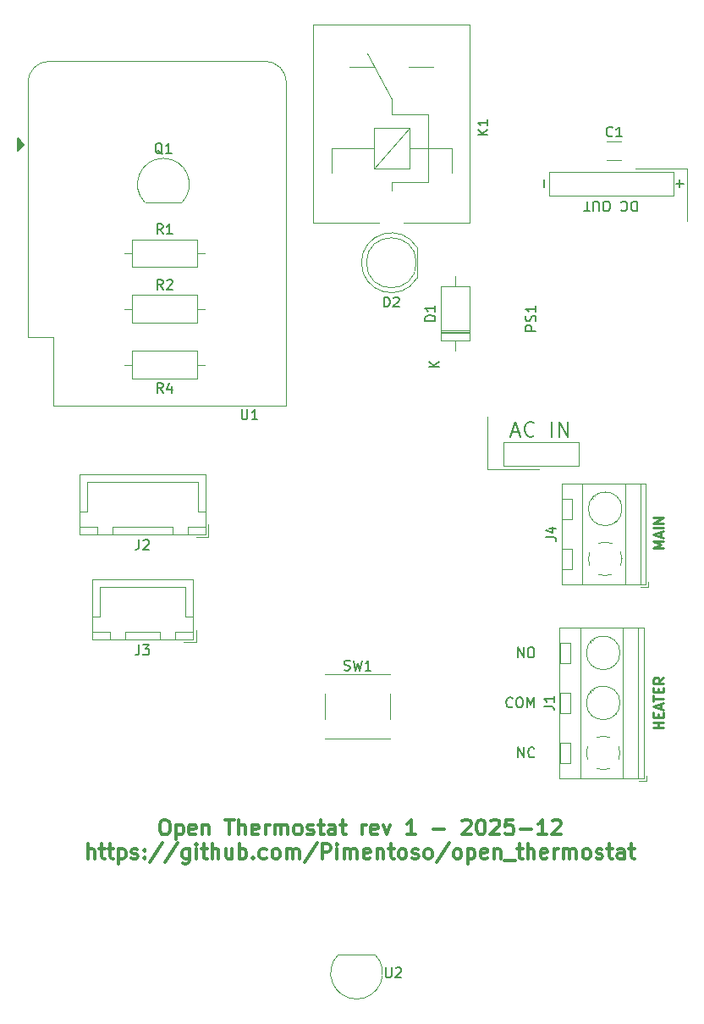
<source format=gbr>
%TF.GenerationSoftware,KiCad,Pcbnew,7.0.10*%
%TF.CreationDate,2025-11-30T18:16:03+01:00*%
%TF.ProjectId,open_thermostat,6f70656e-5f74-4686-9572-6d6f73746174,rev?*%
%TF.SameCoordinates,Original*%
%TF.FileFunction,Legend,Top*%
%TF.FilePolarity,Positive*%
%FSLAX46Y46*%
G04 Gerber Fmt 4.6, Leading zero omitted, Abs format (unit mm)*
G04 Created by KiCad (PCBNEW 7.0.10) date 2025-11-30 18:16:03*
%MOMM*%
%LPD*%
G01*
G04 APERTURE LIST*
%ADD10C,0.300000*%
%ADD11C,0.250000*%
%ADD12C,0.150000*%
%ADD13C,0.200000*%
%ADD14C,0.120000*%
G04 APERTURE END LIST*
D10*
X80585716Y-131470828D02*
X80871430Y-131470828D01*
X80871430Y-131470828D02*
X81014287Y-131542257D01*
X81014287Y-131542257D02*
X81157144Y-131685114D01*
X81157144Y-131685114D02*
X81228573Y-131970828D01*
X81228573Y-131970828D02*
X81228573Y-132470828D01*
X81228573Y-132470828D02*
X81157144Y-132756542D01*
X81157144Y-132756542D02*
X81014287Y-132899400D01*
X81014287Y-132899400D02*
X80871430Y-132970828D01*
X80871430Y-132970828D02*
X80585716Y-132970828D01*
X80585716Y-132970828D02*
X80442859Y-132899400D01*
X80442859Y-132899400D02*
X80300001Y-132756542D01*
X80300001Y-132756542D02*
X80228573Y-132470828D01*
X80228573Y-132470828D02*
X80228573Y-131970828D01*
X80228573Y-131970828D02*
X80300001Y-131685114D01*
X80300001Y-131685114D02*
X80442859Y-131542257D01*
X80442859Y-131542257D02*
X80585716Y-131470828D01*
X81871430Y-131970828D02*
X81871430Y-133470828D01*
X81871430Y-132042257D02*
X82014288Y-131970828D01*
X82014288Y-131970828D02*
X82300002Y-131970828D01*
X82300002Y-131970828D02*
X82442859Y-132042257D01*
X82442859Y-132042257D02*
X82514288Y-132113685D01*
X82514288Y-132113685D02*
X82585716Y-132256542D01*
X82585716Y-132256542D02*
X82585716Y-132685114D01*
X82585716Y-132685114D02*
X82514288Y-132827971D01*
X82514288Y-132827971D02*
X82442859Y-132899400D01*
X82442859Y-132899400D02*
X82300002Y-132970828D01*
X82300002Y-132970828D02*
X82014288Y-132970828D01*
X82014288Y-132970828D02*
X81871430Y-132899400D01*
X83800002Y-132899400D02*
X83657145Y-132970828D01*
X83657145Y-132970828D02*
X83371431Y-132970828D01*
X83371431Y-132970828D02*
X83228573Y-132899400D01*
X83228573Y-132899400D02*
X83157145Y-132756542D01*
X83157145Y-132756542D02*
X83157145Y-132185114D01*
X83157145Y-132185114D02*
X83228573Y-132042257D01*
X83228573Y-132042257D02*
X83371431Y-131970828D01*
X83371431Y-131970828D02*
X83657145Y-131970828D01*
X83657145Y-131970828D02*
X83800002Y-132042257D01*
X83800002Y-132042257D02*
X83871431Y-132185114D01*
X83871431Y-132185114D02*
X83871431Y-132327971D01*
X83871431Y-132327971D02*
X83157145Y-132470828D01*
X84514287Y-131970828D02*
X84514287Y-132970828D01*
X84514287Y-132113685D02*
X84585716Y-132042257D01*
X84585716Y-132042257D02*
X84728573Y-131970828D01*
X84728573Y-131970828D02*
X84942859Y-131970828D01*
X84942859Y-131970828D02*
X85085716Y-132042257D01*
X85085716Y-132042257D02*
X85157145Y-132185114D01*
X85157145Y-132185114D02*
X85157145Y-132970828D01*
X86800002Y-131470828D02*
X87657145Y-131470828D01*
X87228573Y-132970828D02*
X87228573Y-131470828D01*
X88157144Y-132970828D02*
X88157144Y-131470828D01*
X88800002Y-132970828D02*
X88800002Y-132185114D01*
X88800002Y-132185114D02*
X88728573Y-132042257D01*
X88728573Y-132042257D02*
X88585716Y-131970828D01*
X88585716Y-131970828D02*
X88371430Y-131970828D01*
X88371430Y-131970828D02*
X88228573Y-132042257D01*
X88228573Y-132042257D02*
X88157144Y-132113685D01*
X90085716Y-132899400D02*
X89942859Y-132970828D01*
X89942859Y-132970828D02*
X89657145Y-132970828D01*
X89657145Y-132970828D02*
X89514287Y-132899400D01*
X89514287Y-132899400D02*
X89442859Y-132756542D01*
X89442859Y-132756542D02*
X89442859Y-132185114D01*
X89442859Y-132185114D02*
X89514287Y-132042257D01*
X89514287Y-132042257D02*
X89657145Y-131970828D01*
X89657145Y-131970828D02*
X89942859Y-131970828D01*
X89942859Y-131970828D02*
X90085716Y-132042257D01*
X90085716Y-132042257D02*
X90157145Y-132185114D01*
X90157145Y-132185114D02*
X90157145Y-132327971D01*
X90157145Y-132327971D02*
X89442859Y-132470828D01*
X90800001Y-132970828D02*
X90800001Y-131970828D01*
X90800001Y-132256542D02*
X90871430Y-132113685D01*
X90871430Y-132113685D02*
X90942859Y-132042257D01*
X90942859Y-132042257D02*
X91085716Y-131970828D01*
X91085716Y-131970828D02*
X91228573Y-131970828D01*
X91728572Y-132970828D02*
X91728572Y-131970828D01*
X91728572Y-132113685D02*
X91800001Y-132042257D01*
X91800001Y-132042257D02*
X91942858Y-131970828D01*
X91942858Y-131970828D02*
X92157144Y-131970828D01*
X92157144Y-131970828D02*
X92300001Y-132042257D01*
X92300001Y-132042257D02*
X92371430Y-132185114D01*
X92371430Y-132185114D02*
X92371430Y-132970828D01*
X92371430Y-132185114D02*
X92442858Y-132042257D01*
X92442858Y-132042257D02*
X92585715Y-131970828D01*
X92585715Y-131970828D02*
X92800001Y-131970828D01*
X92800001Y-131970828D02*
X92942858Y-132042257D01*
X92942858Y-132042257D02*
X93014287Y-132185114D01*
X93014287Y-132185114D02*
X93014287Y-132970828D01*
X93942858Y-132970828D02*
X93800001Y-132899400D01*
X93800001Y-132899400D02*
X93728572Y-132827971D01*
X93728572Y-132827971D02*
X93657144Y-132685114D01*
X93657144Y-132685114D02*
X93657144Y-132256542D01*
X93657144Y-132256542D02*
X93728572Y-132113685D01*
X93728572Y-132113685D02*
X93800001Y-132042257D01*
X93800001Y-132042257D02*
X93942858Y-131970828D01*
X93942858Y-131970828D02*
X94157144Y-131970828D01*
X94157144Y-131970828D02*
X94300001Y-132042257D01*
X94300001Y-132042257D02*
X94371430Y-132113685D01*
X94371430Y-132113685D02*
X94442858Y-132256542D01*
X94442858Y-132256542D02*
X94442858Y-132685114D01*
X94442858Y-132685114D02*
X94371430Y-132827971D01*
X94371430Y-132827971D02*
X94300001Y-132899400D01*
X94300001Y-132899400D02*
X94157144Y-132970828D01*
X94157144Y-132970828D02*
X93942858Y-132970828D01*
X95014287Y-132899400D02*
X95157144Y-132970828D01*
X95157144Y-132970828D02*
X95442858Y-132970828D01*
X95442858Y-132970828D02*
X95585715Y-132899400D01*
X95585715Y-132899400D02*
X95657144Y-132756542D01*
X95657144Y-132756542D02*
X95657144Y-132685114D01*
X95657144Y-132685114D02*
X95585715Y-132542257D01*
X95585715Y-132542257D02*
X95442858Y-132470828D01*
X95442858Y-132470828D02*
X95228573Y-132470828D01*
X95228573Y-132470828D02*
X95085715Y-132399400D01*
X95085715Y-132399400D02*
X95014287Y-132256542D01*
X95014287Y-132256542D02*
X95014287Y-132185114D01*
X95014287Y-132185114D02*
X95085715Y-132042257D01*
X95085715Y-132042257D02*
X95228573Y-131970828D01*
X95228573Y-131970828D02*
X95442858Y-131970828D01*
X95442858Y-131970828D02*
X95585715Y-132042257D01*
X96085716Y-131970828D02*
X96657144Y-131970828D01*
X96300001Y-131470828D02*
X96300001Y-132756542D01*
X96300001Y-132756542D02*
X96371430Y-132899400D01*
X96371430Y-132899400D02*
X96514287Y-132970828D01*
X96514287Y-132970828D02*
X96657144Y-132970828D01*
X97800002Y-132970828D02*
X97800002Y-132185114D01*
X97800002Y-132185114D02*
X97728573Y-132042257D01*
X97728573Y-132042257D02*
X97585716Y-131970828D01*
X97585716Y-131970828D02*
X97300002Y-131970828D01*
X97300002Y-131970828D02*
X97157144Y-132042257D01*
X97800002Y-132899400D02*
X97657144Y-132970828D01*
X97657144Y-132970828D02*
X97300002Y-132970828D01*
X97300002Y-132970828D02*
X97157144Y-132899400D01*
X97157144Y-132899400D02*
X97085716Y-132756542D01*
X97085716Y-132756542D02*
X97085716Y-132613685D01*
X97085716Y-132613685D02*
X97157144Y-132470828D01*
X97157144Y-132470828D02*
X97300002Y-132399400D01*
X97300002Y-132399400D02*
X97657144Y-132399400D01*
X97657144Y-132399400D02*
X97800002Y-132327971D01*
X98300002Y-131970828D02*
X98871430Y-131970828D01*
X98514287Y-131470828D02*
X98514287Y-132756542D01*
X98514287Y-132756542D02*
X98585716Y-132899400D01*
X98585716Y-132899400D02*
X98728573Y-132970828D01*
X98728573Y-132970828D02*
X98871430Y-132970828D01*
X100514287Y-132970828D02*
X100514287Y-131970828D01*
X100514287Y-132256542D02*
X100585716Y-132113685D01*
X100585716Y-132113685D02*
X100657145Y-132042257D01*
X100657145Y-132042257D02*
X100800002Y-131970828D01*
X100800002Y-131970828D02*
X100942859Y-131970828D01*
X102014287Y-132899400D02*
X101871430Y-132970828D01*
X101871430Y-132970828D02*
X101585716Y-132970828D01*
X101585716Y-132970828D02*
X101442858Y-132899400D01*
X101442858Y-132899400D02*
X101371430Y-132756542D01*
X101371430Y-132756542D02*
X101371430Y-132185114D01*
X101371430Y-132185114D02*
X101442858Y-132042257D01*
X101442858Y-132042257D02*
X101585716Y-131970828D01*
X101585716Y-131970828D02*
X101871430Y-131970828D01*
X101871430Y-131970828D02*
X102014287Y-132042257D01*
X102014287Y-132042257D02*
X102085716Y-132185114D01*
X102085716Y-132185114D02*
X102085716Y-132327971D01*
X102085716Y-132327971D02*
X101371430Y-132470828D01*
X102585715Y-131970828D02*
X102942858Y-132970828D01*
X102942858Y-132970828D02*
X103300001Y-131970828D01*
X105800001Y-132970828D02*
X104942858Y-132970828D01*
X105371429Y-132970828D02*
X105371429Y-131470828D01*
X105371429Y-131470828D02*
X105228572Y-131685114D01*
X105228572Y-131685114D02*
X105085715Y-131827971D01*
X105085715Y-131827971D02*
X104942858Y-131899400D01*
X107585714Y-132399400D02*
X108728572Y-132399400D01*
X110514286Y-131613685D02*
X110585714Y-131542257D01*
X110585714Y-131542257D02*
X110728572Y-131470828D01*
X110728572Y-131470828D02*
X111085714Y-131470828D01*
X111085714Y-131470828D02*
X111228572Y-131542257D01*
X111228572Y-131542257D02*
X111300000Y-131613685D01*
X111300000Y-131613685D02*
X111371429Y-131756542D01*
X111371429Y-131756542D02*
X111371429Y-131899400D01*
X111371429Y-131899400D02*
X111300000Y-132113685D01*
X111300000Y-132113685D02*
X110442857Y-132970828D01*
X110442857Y-132970828D02*
X111371429Y-132970828D01*
X112300000Y-131470828D02*
X112442857Y-131470828D01*
X112442857Y-131470828D02*
X112585714Y-131542257D01*
X112585714Y-131542257D02*
X112657143Y-131613685D01*
X112657143Y-131613685D02*
X112728571Y-131756542D01*
X112728571Y-131756542D02*
X112800000Y-132042257D01*
X112800000Y-132042257D02*
X112800000Y-132399400D01*
X112800000Y-132399400D02*
X112728571Y-132685114D01*
X112728571Y-132685114D02*
X112657143Y-132827971D01*
X112657143Y-132827971D02*
X112585714Y-132899400D01*
X112585714Y-132899400D02*
X112442857Y-132970828D01*
X112442857Y-132970828D02*
X112300000Y-132970828D01*
X112300000Y-132970828D02*
X112157143Y-132899400D01*
X112157143Y-132899400D02*
X112085714Y-132827971D01*
X112085714Y-132827971D02*
X112014285Y-132685114D01*
X112014285Y-132685114D02*
X111942857Y-132399400D01*
X111942857Y-132399400D02*
X111942857Y-132042257D01*
X111942857Y-132042257D02*
X112014285Y-131756542D01*
X112014285Y-131756542D02*
X112085714Y-131613685D01*
X112085714Y-131613685D02*
X112157143Y-131542257D01*
X112157143Y-131542257D02*
X112300000Y-131470828D01*
X113371428Y-131613685D02*
X113442856Y-131542257D01*
X113442856Y-131542257D02*
X113585714Y-131470828D01*
X113585714Y-131470828D02*
X113942856Y-131470828D01*
X113942856Y-131470828D02*
X114085714Y-131542257D01*
X114085714Y-131542257D02*
X114157142Y-131613685D01*
X114157142Y-131613685D02*
X114228571Y-131756542D01*
X114228571Y-131756542D02*
X114228571Y-131899400D01*
X114228571Y-131899400D02*
X114157142Y-132113685D01*
X114157142Y-132113685D02*
X113299999Y-132970828D01*
X113299999Y-132970828D02*
X114228571Y-132970828D01*
X115585713Y-131470828D02*
X114871427Y-131470828D01*
X114871427Y-131470828D02*
X114799999Y-132185114D01*
X114799999Y-132185114D02*
X114871427Y-132113685D01*
X114871427Y-132113685D02*
X115014285Y-132042257D01*
X115014285Y-132042257D02*
X115371427Y-132042257D01*
X115371427Y-132042257D02*
X115514285Y-132113685D01*
X115514285Y-132113685D02*
X115585713Y-132185114D01*
X115585713Y-132185114D02*
X115657142Y-132327971D01*
X115657142Y-132327971D02*
X115657142Y-132685114D01*
X115657142Y-132685114D02*
X115585713Y-132827971D01*
X115585713Y-132827971D02*
X115514285Y-132899400D01*
X115514285Y-132899400D02*
X115371427Y-132970828D01*
X115371427Y-132970828D02*
X115014285Y-132970828D01*
X115014285Y-132970828D02*
X114871427Y-132899400D01*
X114871427Y-132899400D02*
X114799999Y-132827971D01*
X116299998Y-132399400D02*
X117442856Y-132399400D01*
X118942856Y-132970828D02*
X118085713Y-132970828D01*
X118514284Y-132970828D02*
X118514284Y-131470828D01*
X118514284Y-131470828D02*
X118371427Y-131685114D01*
X118371427Y-131685114D02*
X118228570Y-131827971D01*
X118228570Y-131827971D02*
X118085713Y-131899400D01*
X119514284Y-131613685D02*
X119585712Y-131542257D01*
X119585712Y-131542257D02*
X119728570Y-131470828D01*
X119728570Y-131470828D02*
X120085712Y-131470828D01*
X120085712Y-131470828D02*
X120228570Y-131542257D01*
X120228570Y-131542257D02*
X120299998Y-131613685D01*
X120299998Y-131613685D02*
X120371427Y-131756542D01*
X120371427Y-131756542D02*
X120371427Y-131899400D01*
X120371427Y-131899400D02*
X120299998Y-132113685D01*
X120299998Y-132113685D02*
X119442855Y-132970828D01*
X119442855Y-132970828D02*
X120371427Y-132970828D01*
X73049997Y-135385828D02*
X73049997Y-133885828D01*
X73692855Y-135385828D02*
X73692855Y-134600114D01*
X73692855Y-134600114D02*
X73621426Y-134457257D01*
X73621426Y-134457257D02*
X73478569Y-134385828D01*
X73478569Y-134385828D02*
X73264283Y-134385828D01*
X73264283Y-134385828D02*
X73121426Y-134457257D01*
X73121426Y-134457257D02*
X73049997Y-134528685D01*
X74192855Y-134385828D02*
X74764283Y-134385828D01*
X74407140Y-133885828D02*
X74407140Y-135171542D01*
X74407140Y-135171542D02*
X74478569Y-135314400D01*
X74478569Y-135314400D02*
X74621426Y-135385828D01*
X74621426Y-135385828D02*
X74764283Y-135385828D01*
X75049998Y-134385828D02*
X75621426Y-134385828D01*
X75264283Y-133885828D02*
X75264283Y-135171542D01*
X75264283Y-135171542D02*
X75335712Y-135314400D01*
X75335712Y-135314400D02*
X75478569Y-135385828D01*
X75478569Y-135385828D02*
X75621426Y-135385828D01*
X76121426Y-134385828D02*
X76121426Y-135885828D01*
X76121426Y-134457257D02*
X76264284Y-134385828D01*
X76264284Y-134385828D02*
X76549998Y-134385828D01*
X76549998Y-134385828D02*
X76692855Y-134457257D01*
X76692855Y-134457257D02*
X76764284Y-134528685D01*
X76764284Y-134528685D02*
X76835712Y-134671542D01*
X76835712Y-134671542D02*
X76835712Y-135100114D01*
X76835712Y-135100114D02*
X76764284Y-135242971D01*
X76764284Y-135242971D02*
X76692855Y-135314400D01*
X76692855Y-135314400D02*
X76549998Y-135385828D01*
X76549998Y-135385828D02*
X76264284Y-135385828D01*
X76264284Y-135385828D02*
X76121426Y-135314400D01*
X77407141Y-135314400D02*
X77549998Y-135385828D01*
X77549998Y-135385828D02*
X77835712Y-135385828D01*
X77835712Y-135385828D02*
X77978569Y-135314400D01*
X77978569Y-135314400D02*
X78049998Y-135171542D01*
X78049998Y-135171542D02*
X78049998Y-135100114D01*
X78049998Y-135100114D02*
X77978569Y-134957257D01*
X77978569Y-134957257D02*
X77835712Y-134885828D01*
X77835712Y-134885828D02*
X77621427Y-134885828D01*
X77621427Y-134885828D02*
X77478569Y-134814400D01*
X77478569Y-134814400D02*
X77407141Y-134671542D01*
X77407141Y-134671542D02*
X77407141Y-134600114D01*
X77407141Y-134600114D02*
X77478569Y-134457257D01*
X77478569Y-134457257D02*
X77621427Y-134385828D01*
X77621427Y-134385828D02*
X77835712Y-134385828D01*
X77835712Y-134385828D02*
X77978569Y-134457257D01*
X78692855Y-135242971D02*
X78764284Y-135314400D01*
X78764284Y-135314400D02*
X78692855Y-135385828D01*
X78692855Y-135385828D02*
X78621427Y-135314400D01*
X78621427Y-135314400D02*
X78692855Y-135242971D01*
X78692855Y-135242971D02*
X78692855Y-135385828D01*
X78692855Y-134457257D02*
X78764284Y-134528685D01*
X78764284Y-134528685D02*
X78692855Y-134600114D01*
X78692855Y-134600114D02*
X78621427Y-134528685D01*
X78621427Y-134528685D02*
X78692855Y-134457257D01*
X78692855Y-134457257D02*
X78692855Y-134600114D01*
X80478570Y-133814400D02*
X79192856Y-135742971D01*
X82049999Y-133814400D02*
X80764285Y-135742971D01*
X83192857Y-134385828D02*
X83192857Y-135600114D01*
X83192857Y-135600114D02*
X83121428Y-135742971D01*
X83121428Y-135742971D02*
X83049999Y-135814400D01*
X83049999Y-135814400D02*
X82907142Y-135885828D01*
X82907142Y-135885828D02*
X82692857Y-135885828D01*
X82692857Y-135885828D02*
X82549999Y-135814400D01*
X83192857Y-135314400D02*
X83049999Y-135385828D01*
X83049999Y-135385828D02*
X82764285Y-135385828D01*
X82764285Y-135385828D02*
X82621428Y-135314400D01*
X82621428Y-135314400D02*
X82549999Y-135242971D01*
X82549999Y-135242971D02*
X82478571Y-135100114D01*
X82478571Y-135100114D02*
X82478571Y-134671542D01*
X82478571Y-134671542D02*
X82549999Y-134528685D01*
X82549999Y-134528685D02*
X82621428Y-134457257D01*
X82621428Y-134457257D02*
X82764285Y-134385828D01*
X82764285Y-134385828D02*
X83049999Y-134385828D01*
X83049999Y-134385828D02*
X83192857Y-134457257D01*
X83907142Y-135385828D02*
X83907142Y-134385828D01*
X83907142Y-133885828D02*
X83835714Y-133957257D01*
X83835714Y-133957257D02*
X83907142Y-134028685D01*
X83907142Y-134028685D02*
X83978571Y-133957257D01*
X83978571Y-133957257D02*
X83907142Y-133885828D01*
X83907142Y-133885828D02*
X83907142Y-134028685D01*
X84407143Y-134385828D02*
X84978571Y-134385828D01*
X84621428Y-133885828D02*
X84621428Y-135171542D01*
X84621428Y-135171542D02*
X84692857Y-135314400D01*
X84692857Y-135314400D02*
X84835714Y-135385828D01*
X84835714Y-135385828D02*
X84978571Y-135385828D01*
X85478571Y-135385828D02*
X85478571Y-133885828D01*
X86121429Y-135385828D02*
X86121429Y-134600114D01*
X86121429Y-134600114D02*
X86050000Y-134457257D01*
X86050000Y-134457257D02*
X85907143Y-134385828D01*
X85907143Y-134385828D02*
X85692857Y-134385828D01*
X85692857Y-134385828D02*
X85550000Y-134457257D01*
X85550000Y-134457257D02*
X85478571Y-134528685D01*
X87478572Y-134385828D02*
X87478572Y-135385828D01*
X86835714Y-134385828D02*
X86835714Y-135171542D01*
X86835714Y-135171542D02*
X86907143Y-135314400D01*
X86907143Y-135314400D02*
X87050000Y-135385828D01*
X87050000Y-135385828D02*
X87264286Y-135385828D01*
X87264286Y-135385828D02*
X87407143Y-135314400D01*
X87407143Y-135314400D02*
X87478572Y-135242971D01*
X88192857Y-135385828D02*
X88192857Y-133885828D01*
X88192857Y-134457257D02*
X88335715Y-134385828D01*
X88335715Y-134385828D02*
X88621429Y-134385828D01*
X88621429Y-134385828D02*
X88764286Y-134457257D01*
X88764286Y-134457257D02*
X88835715Y-134528685D01*
X88835715Y-134528685D02*
X88907143Y-134671542D01*
X88907143Y-134671542D02*
X88907143Y-135100114D01*
X88907143Y-135100114D02*
X88835715Y-135242971D01*
X88835715Y-135242971D02*
X88764286Y-135314400D01*
X88764286Y-135314400D02*
X88621429Y-135385828D01*
X88621429Y-135385828D02*
X88335715Y-135385828D01*
X88335715Y-135385828D02*
X88192857Y-135314400D01*
X89550000Y-135242971D02*
X89621429Y-135314400D01*
X89621429Y-135314400D02*
X89550000Y-135385828D01*
X89550000Y-135385828D02*
X89478572Y-135314400D01*
X89478572Y-135314400D02*
X89550000Y-135242971D01*
X89550000Y-135242971D02*
X89550000Y-135385828D01*
X90907144Y-135314400D02*
X90764286Y-135385828D01*
X90764286Y-135385828D02*
X90478572Y-135385828D01*
X90478572Y-135385828D02*
X90335715Y-135314400D01*
X90335715Y-135314400D02*
X90264286Y-135242971D01*
X90264286Y-135242971D02*
X90192858Y-135100114D01*
X90192858Y-135100114D02*
X90192858Y-134671542D01*
X90192858Y-134671542D02*
X90264286Y-134528685D01*
X90264286Y-134528685D02*
X90335715Y-134457257D01*
X90335715Y-134457257D02*
X90478572Y-134385828D01*
X90478572Y-134385828D02*
X90764286Y-134385828D01*
X90764286Y-134385828D02*
X90907144Y-134457257D01*
X91764286Y-135385828D02*
X91621429Y-135314400D01*
X91621429Y-135314400D02*
X91550000Y-135242971D01*
X91550000Y-135242971D02*
X91478572Y-135100114D01*
X91478572Y-135100114D02*
X91478572Y-134671542D01*
X91478572Y-134671542D02*
X91550000Y-134528685D01*
X91550000Y-134528685D02*
X91621429Y-134457257D01*
X91621429Y-134457257D02*
X91764286Y-134385828D01*
X91764286Y-134385828D02*
X91978572Y-134385828D01*
X91978572Y-134385828D02*
X92121429Y-134457257D01*
X92121429Y-134457257D02*
X92192858Y-134528685D01*
X92192858Y-134528685D02*
X92264286Y-134671542D01*
X92264286Y-134671542D02*
X92264286Y-135100114D01*
X92264286Y-135100114D02*
X92192858Y-135242971D01*
X92192858Y-135242971D02*
X92121429Y-135314400D01*
X92121429Y-135314400D02*
X91978572Y-135385828D01*
X91978572Y-135385828D02*
X91764286Y-135385828D01*
X92907143Y-135385828D02*
X92907143Y-134385828D01*
X92907143Y-134528685D02*
X92978572Y-134457257D01*
X92978572Y-134457257D02*
X93121429Y-134385828D01*
X93121429Y-134385828D02*
X93335715Y-134385828D01*
X93335715Y-134385828D02*
X93478572Y-134457257D01*
X93478572Y-134457257D02*
X93550001Y-134600114D01*
X93550001Y-134600114D02*
X93550001Y-135385828D01*
X93550001Y-134600114D02*
X93621429Y-134457257D01*
X93621429Y-134457257D02*
X93764286Y-134385828D01*
X93764286Y-134385828D02*
X93978572Y-134385828D01*
X93978572Y-134385828D02*
X94121429Y-134457257D01*
X94121429Y-134457257D02*
X94192858Y-134600114D01*
X94192858Y-134600114D02*
X94192858Y-135385828D01*
X95978572Y-133814400D02*
X94692858Y-135742971D01*
X96478572Y-135385828D02*
X96478572Y-133885828D01*
X96478572Y-133885828D02*
X97050001Y-133885828D01*
X97050001Y-133885828D02*
X97192858Y-133957257D01*
X97192858Y-133957257D02*
X97264287Y-134028685D01*
X97264287Y-134028685D02*
X97335715Y-134171542D01*
X97335715Y-134171542D02*
X97335715Y-134385828D01*
X97335715Y-134385828D02*
X97264287Y-134528685D01*
X97264287Y-134528685D02*
X97192858Y-134600114D01*
X97192858Y-134600114D02*
X97050001Y-134671542D01*
X97050001Y-134671542D02*
X96478572Y-134671542D01*
X97978572Y-135385828D02*
X97978572Y-134385828D01*
X97978572Y-133885828D02*
X97907144Y-133957257D01*
X97907144Y-133957257D02*
X97978572Y-134028685D01*
X97978572Y-134028685D02*
X98050001Y-133957257D01*
X98050001Y-133957257D02*
X97978572Y-133885828D01*
X97978572Y-133885828D02*
X97978572Y-134028685D01*
X98692858Y-135385828D02*
X98692858Y-134385828D01*
X98692858Y-134528685D02*
X98764287Y-134457257D01*
X98764287Y-134457257D02*
X98907144Y-134385828D01*
X98907144Y-134385828D02*
X99121430Y-134385828D01*
X99121430Y-134385828D02*
X99264287Y-134457257D01*
X99264287Y-134457257D02*
X99335716Y-134600114D01*
X99335716Y-134600114D02*
X99335716Y-135385828D01*
X99335716Y-134600114D02*
X99407144Y-134457257D01*
X99407144Y-134457257D02*
X99550001Y-134385828D01*
X99550001Y-134385828D02*
X99764287Y-134385828D01*
X99764287Y-134385828D02*
X99907144Y-134457257D01*
X99907144Y-134457257D02*
X99978573Y-134600114D01*
X99978573Y-134600114D02*
X99978573Y-135385828D01*
X101264287Y-135314400D02*
X101121430Y-135385828D01*
X101121430Y-135385828D02*
X100835716Y-135385828D01*
X100835716Y-135385828D02*
X100692858Y-135314400D01*
X100692858Y-135314400D02*
X100621430Y-135171542D01*
X100621430Y-135171542D02*
X100621430Y-134600114D01*
X100621430Y-134600114D02*
X100692858Y-134457257D01*
X100692858Y-134457257D02*
X100835716Y-134385828D01*
X100835716Y-134385828D02*
X101121430Y-134385828D01*
X101121430Y-134385828D02*
X101264287Y-134457257D01*
X101264287Y-134457257D02*
X101335716Y-134600114D01*
X101335716Y-134600114D02*
X101335716Y-134742971D01*
X101335716Y-134742971D02*
X100621430Y-134885828D01*
X101978572Y-134385828D02*
X101978572Y-135385828D01*
X101978572Y-134528685D02*
X102050001Y-134457257D01*
X102050001Y-134457257D02*
X102192858Y-134385828D01*
X102192858Y-134385828D02*
X102407144Y-134385828D01*
X102407144Y-134385828D02*
X102550001Y-134457257D01*
X102550001Y-134457257D02*
X102621430Y-134600114D01*
X102621430Y-134600114D02*
X102621430Y-135385828D01*
X103121430Y-134385828D02*
X103692858Y-134385828D01*
X103335715Y-133885828D02*
X103335715Y-135171542D01*
X103335715Y-135171542D02*
X103407144Y-135314400D01*
X103407144Y-135314400D02*
X103550001Y-135385828D01*
X103550001Y-135385828D02*
X103692858Y-135385828D01*
X104407144Y-135385828D02*
X104264287Y-135314400D01*
X104264287Y-135314400D02*
X104192858Y-135242971D01*
X104192858Y-135242971D02*
X104121430Y-135100114D01*
X104121430Y-135100114D02*
X104121430Y-134671542D01*
X104121430Y-134671542D02*
X104192858Y-134528685D01*
X104192858Y-134528685D02*
X104264287Y-134457257D01*
X104264287Y-134457257D02*
X104407144Y-134385828D01*
X104407144Y-134385828D02*
X104621430Y-134385828D01*
X104621430Y-134385828D02*
X104764287Y-134457257D01*
X104764287Y-134457257D02*
X104835716Y-134528685D01*
X104835716Y-134528685D02*
X104907144Y-134671542D01*
X104907144Y-134671542D02*
X104907144Y-135100114D01*
X104907144Y-135100114D02*
X104835716Y-135242971D01*
X104835716Y-135242971D02*
X104764287Y-135314400D01*
X104764287Y-135314400D02*
X104621430Y-135385828D01*
X104621430Y-135385828D02*
X104407144Y-135385828D01*
X105478573Y-135314400D02*
X105621430Y-135385828D01*
X105621430Y-135385828D02*
X105907144Y-135385828D01*
X105907144Y-135385828D02*
X106050001Y-135314400D01*
X106050001Y-135314400D02*
X106121430Y-135171542D01*
X106121430Y-135171542D02*
X106121430Y-135100114D01*
X106121430Y-135100114D02*
X106050001Y-134957257D01*
X106050001Y-134957257D02*
X105907144Y-134885828D01*
X105907144Y-134885828D02*
X105692859Y-134885828D01*
X105692859Y-134885828D02*
X105550001Y-134814400D01*
X105550001Y-134814400D02*
X105478573Y-134671542D01*
X105478573Y-134671542D02*
X105478573Y-134600114D01*
X105478573Y-134600114D02*
X105550001Y-134457257D01*
X105550001Y-134457257D02*
X105692859Y-134385828D01*
X105692859Y-134385828D02*
X105907144Y-134385828D01*
X105907144Y-134385828D02*
X106050001Y-134457257D01*
X106978573Y-135385828D02*
X106835716Y-135314400D01*
X106835716Y-135314400D02*
X106764287Y-135242971D01*
X106764287Y-135242971D02*
X106692859Y-135100114D01*
X106692859Y-135100114D02*
X106692859Y-134671542D01*
X106692859Y-134671542D02*
X106764287Y-134528685D01*
X106764287Y-134528685D02*
X106835716Y-134457257D01*
X106835716Y-134457257D02*
X106978573Y-134385828D01*
X106978573Y-134385828D02*
X107192859Y-134385828D01*
X107192859Y-134385828D02*
X107335716Y-134457257D01*
X107335716Y-134457257D02*
X107407145Y-134528685D01*
X107407145Y-134528685D02*
X107478573Y-134671542D01*
X107478573Y-134671542D02*
X107478573Y-135100114D01*
X107478573Y-135100114D02*
X107407145Y-135242971D01*
X107407145Y-135242971D02*
X107335716Y-135314400D01*
X107335716Y-135314400D02*
X107192859Y-135385828D01*
X107192859Y-135385828D02*
X106978573Y-135385828D01*
X109192859Y-133814400D02*
X107907145Y-135742971D01*
X109907145Y-135385828D02*
X109764288Y-135314400D01*
X109764288Y-135314400D02*
X109692859Y-135242971D01*
X109692859Y-135242971D02*
X109621431Y-135100114D01*
X109621431Y-135100114D02*
X109621431Y-134671542D01*
X109621431Y-134671542D02*
X109692859Y-134528685D01*
X109692859Y-134528685D02*
X109764288Y-134457257D01*
X109764288Y-134457257D02*
X109907145Y-134385828D01*
X109907145Y-134385828D02*
X110121431Y-134385828D01*
X110121431Y-134385828D02*
X110264288Y-134457257D01*
X110264288Y-134457257D02*
X110335717Y-134528685D01*
X110335717Y-134528685D02*
X110407145Y-134671542D01*
X110407145Y-134671542D02*
X110407145Y-135100114D01*
X110407145Y-135100114D02*
X110335717Y-135242971D01*
X110335717Y-135242971D02*
X110264288Y-135314400D01*
X110264288Y-135314400D02*
X110121431Y-135385828D01*
X110121431Y-135385828D02*
X109907145Y-135385828D01*
X111050002Y-134385828D02*
X111050002Y-135885828D01*
X111050002Y-134457257D02*
X111192860Y-134385828D01*
X111192860Y-134385828D02*
X111478574Y-134385828D01*
X111478574Y-134385828D02*
X111621431Y-134457257D01*
X111621431Y-134457257D02*
X111692860Y-134528685D01*
X111692860Y-134528685D02*
X111764288Y-134671542D01*
X111764288Y-134671542D02*
X111764288Y-135100114D01*
X111764288Y-135100114D02*
X111692860Y-135242971D01*
X111692860Y-135242971D02*
X111621431Y-135314400D01*
X111621431Y-135314400D02*
X111478574Y-135385828D01*
X111478574Y-135385828D02*
X111192860Y-135385828D01*
X111192860Y-135385828D02*
X111050002Y-135314400D01*
X112978574Y-135314400D02*
X112835717Y-135385828D01*
X112835717Y-135385828D02*
X112550003Y-135385828D01*
X112550003Y-135385828D02*
X112407145Y-135314400D01*
X112407145Y-135314400D02*
X112335717Y-135171542D01*
X112335717Y-135171542D02*
X112335717Y-134600114D01*
X112335717Y-134600114D02*
X112407145Y-134457257D01*
X112407145Y-134457257D02*
X112550003Y-134385828D01*
X112550003Y-134385828D02*
X112835717Y-134385828D01*
X112835717Y-134385828D02*
X112978574Y-134457257D01*
X112978574Y-134457257D02*
X113050003Y-134600114D01*
X113050003Y-134600114D02*
X113050003Y-134742971D01*
X113050003Y-134742971D02*
X112335717Y-134885828D01*
X113692859Y-134385828D02*
X113692859Y-135385828D01*
X113692859Y-134528685D02*
X113764288Y-134457257D01*
X113764288Y-134457257D02*
X113907145Y-134385828D01*
X113907145Y-134385828D02*
X114121431Y-134385828D01*
X114121431Y-134385828D02*
X114264288Y-134457257D01*
X114264288Y-134457257D02*
X114335717Y-134600114D01*
X114335717Y-134600114D02*
X114335717Y-135385828D01*
X114692860Y-135528685D02*
X115835717Y-135528685D01*
X115978574Y-134385828D02*
X116550002Y-134385828D01*
X116192859Y-133885828D02*
X116192859Y-135171542D01*
X116192859Y-135171542D02*
X116264288Y-135314400D01*
X116264288Y-135314400D02*
X116407145Y-135385828D01*
X116407145Y-135385828D02*
X116550002Y-135385828D01*
X117050002Y-135385828D02*
X117050002Y-133885828D01*
X117692860Y-135385828D02*
X117692860Y-134600114D01*
X117692860Y-134600114D02*
X117621431Y-134457257D01*
X117621431Y-134457257D02*
X117478574Y-134385828D01*
X117478574Y-134385828D02*
X117264288Y-134385828D01*
X117264288Y-134385828D02*
X117121431Y-134457257D01*
X117121431Y-134457257D02*
X117050002Y-134528685D01*
X118978574Y-135314400D02*
X118835717Y-135385828D01*
X118835717Y-135385828D02*
X118550003Y-135385828D01*
X118550003Y-135385828D02*
X118407145Y-135314400D01*
X118407145Y-135314400D02*
X118335717Y-135171542D01*
X118335717Y-135171542D02*
X118335717Y-134600114D01*
X118335717Y-134600114D02*
X118407145Y-134457257D01*
X118407145Y-134457257D02*
X118550003Y-134385828D01*
X118550003Y-134385828D02*
X118835717Y-134385828D01*
X118835717Y-134385828D02*
X118978574Y-134457257D01*
X118978574Y-134457257D02*
X119050003Y-134600114D01*
X119050003Y-134600114D02*
X119050003Y-134742971D01*
X119050003Y-134742971D02*
X118335717Y-134885828D01*
X119692859Y-135385828D02*
X119692859Y-134385828D01*
X119692859Y-134671542D02*
X119764288Y-134528685D01*
X119764288Y-134528685D02*
X119835717Y-134457257D01*
X119835717Y-134457257D02*
X119978574Y-134385828D01*
X119978574Y-134385828D02*
X120121431Y-134385828D01*
X120621430Y-135385828D02*
X120621430Y-134385828D01*
X120621430Y-134528685D02*
X120692859Y-134457257D01*
X120692859Y-134457257D02*
X120835716Y-134385828D01*
X120835716Y-134385828D02*
X121050002Y-134385828D01*
X121050002Y-134385828D02*
X121192859Y-134457257D01*
X121192859Y-134457257D02*
X121264288Y-134600114D01*
X121264288Y-134600114D02*
X121264288Y-135385828D01*
X121264288Y-134600114D02*
X121335716Y-134457257D01*
X121335716Y-134457257D02*
X121478573Y-134385828D01*
X121478573Y-134385828D02*
X121692859Y-134385828D01*
X121692859Y-134385828D02*
X121835716Y-134457257D01*
X121835716Y-134457257D02*
X121907145Y-134600114D01*
X121907145Y-134600114D02*
X121907145Y-135385828D01*
X122835716Y-135385828D02*
X122692859Y-135314400D01*
X122692859Y-135314400D02*
X122621430Y-135242971D01*
X122621430Y-135242971D02*
X122550002Y-135100114D01*
X122550002Y-135100114D02*
X122550002Y-134671542D01*
X122550002Y-134671542D02*
X122621430Y-134528685D01*
X122621430Y-134528685D02*
X122692859Y-134457257D01*
X122692859Y-134457257D02*
X122835716Y-134385828D01*
X122835716Y-134385828D02*
X123050002Y-134385828D01*
X123050002Y-134385828D02*
X123192859Y-134457257D01*
X123192859Y-134457257D02*
X123264288Y-134528685D01*
X123264288Y-134528685D02*
X123335716Y-134671542D01*
X123335716Y-134671542D02*
X123335716Y-135100114D01*
X123335716Y-135100114D02*
X123264288Y-135242971D01*
X123264288Y-135242971D02*
X123192859Y-135314400D01*
X123192859Y-135314400D02*
X123050002Y-135385828D01*
X123050002Y-135385828D02*
X122835716Y-135385828D01*
X123907145Y-135314400D02*
X124050002Y-135385828D01*
X124050002Y-135385828D02*
X124335716Y-135385828D01*
X124335716Y-135385828D02*
X124478573Y-135314400D01*
X124478573Y-135314400D02*
X124550002Y-135171542D01*
X124550002Y-135171542D02*
X124550002Y-135100114D01*
X124550002Y-135100114D02*
X124478573Y-134957257D01*
X124478573Y-134957257D02*
X124335716Y-134885828D01*
X124335716Y-134885828D02*
X124121431Y-134885828D01*
X124121431Y-134885828D02*
X123978573Y-134814400D01*
X123978573Y-134814400D02*
X123907145Y-134671542D01*
X123907145Y-134671542D02*
X123907145Y-134600114D01*
X123907145Y-134600114D02*
X123978573Y-134457257D01*
X123978573Y-134457257D02*
X124121431Y-134385828D01*
X124121431Y-134385828D02*
X124335716Y-134385828D01*
X124335716Y-134385828D02*
X124478573Y-134457257D01*
X124978574Y-134385828D02*
X125550002Y-134385828D01*
X125192859Y-133885828D02*
X125192859Y-135171542D01*
X125192859Y-135171542D02*
X125264288Y-135314400D01*
X125264288Y-135314400D02*
X125407145Y-135385828D01*
X125407145Y-135385828D02*
X125550002Y-135385828D01*
X126692860Y-135385828D02*
X126692860Y-134600114D01*
X126692860Y-134600114D02*
X126621431Y-134457257D01*
X126621431Y-134457257D02*
X126478574Y-134385828D01*
X126478574Y-134385828D02*
X126192860Y-134385828D01*
X126192860Y-134385828D02*
X126050002Y-134457257D01*
X126692860Y-135314400D02*
X126550002Y-135385828D01*
X126550002Y-135385828D02*
X126192860Y-135385828D01*
X126192860Y-135385828D02*
X126050002Y-135314400D01*
X126050002Y-135314400D02*
X125978574Y-135171542D01*
X125978574Y-135171542D02*
X125978574Y-135028685D01*
X125978574Y-135028685D02*
X126050002Y-134885828D01*
X126050002Y-134885828D02*
X126192860Y-134814400D01*
X126192860Y-134814400D02*
X126550002Y-134814400D01*
X126550002Y-134814400D02*
X126692860Y-134742971D01*
X127192860Y-134385828D02*
X127764288Y-134385828D01*
X127407145Y-133885828D02*
X127407145Y-135171542D01*
X127407145Y-135171542D02*
X127478574Y-135314400D01*
X127478574Y-135314400D02*
X127621431Y-135385828D01*
X127621431Y-135385828D02*
X127764288Y-135385828D01*
D11*
X130649619Y-104323808D02*
X129649619Y-104323808D01*
X129649619Y-104323808D02*
X130363904Y-103990475D01*
X130363904Y-103990475D02*
X129649619Y-103657142D01*
X129649619Y-103657142D02*
X130649619Y-103657142D01*
X130363904Y-103228570D02*
X130363904Y-102752380D01*
X130649619Y-103323808D02*
X129649619Y-102990475D01*
X129649619Y-102990475D02*
X130649619Y-102657142D01*
X130649619Y-102323808D02*
X129649619Y-102323808D01*
X130649619Y-101847618D02*
X129649619Y-101847618D01*
X129649619Y-101847618D02*
X130649619Y-101276190D01*
X130649619Y-101276190D02*
X129649619Y-101276190D01*
D12*
X115520363Y-120159580D02*
X115472744Y-120207200D01*
X115472744Y-120207200D02*
X115329887Y-120254819D01*
X115329887Y-120254819D02*
X115234649Y-120254819D01*
X115234649Y-120254819D02*
X115091792Y-120207200D01*
X115091792Y-120207200D02*
X114996554Y-120111961D01*
X114996554Y-120111961D02*
X114948935Y-120016723D01*
X114948935Y-120016723D02*
X114901316Y-119826247D01*
X114901316Y-119826247D02*
X114901316Y-119683390D01*
X114901316Y-119683390D02*
X114948935Y-119492914D01*
X114948935Y-119492914D02*
X114996554Y-119397676D01*
X114996554Y-119397676D02*
X115091792Y-119302438D01*
X115091792Y-119302438D02*
X115234649Y-119254819D01*
X115234649Y-119254819D02*
X115329887Y-119254819D01*
X115329887Y-119254819D02*
X115472744Y-119302438D01*
X115472744Y-119302438D02*
X115520363Y-119350057D01*
X116139411Y-119254819D02*
X116329887Y-119254819D01*
X116329887Y-119254819D02*
X116425125Y-119302438D01*
X116425125Y-119302438D02*
X116520363Y-119397676D01*
X116520363Y-119397676D02*
X116567982Y-119588152D01*
X116567982Y-119588152D02*
X116567982Y-119921485D01*
X116567982Y-119921485D02*
X116520363Y-120111961D01*
X116520363Y-120111961D02*
X116425125Y-120207200D01*
X116425125Y-120207200D02*
X116329887Y-120254819D01*
X116329887Y-120254819D02*
X116139411Y-120254819D01*
X116139411Y-120254819D02*
X116044173Y-120207200D01*
X116044173Y-120207200D02*
X115948935Y-120111961D01*
X115948935Y-120111961D02*
X115901316Y-119921485D01*
X115901316Y-119921485D02*
X115901316Y-119588152D01*
X115901316Y-119588152D02*
X115948935Y-119397676D01*
X115948935Y-119397676D02*
X116044173Y-119302438D01*
X116044173Y-119302438D02*
X116139411Y-119254819D01*
X116996554Y-120254819D02*
X116996554Y-119254819D01*
X116996554Y-119254819D02*
X117329887Y-119969104D01*
X117329887Y-119969104D02*
X117663220Y-119254819D01*
X117663220Y-119254819D02*
X117663220Y-120254819D01*
X116091792Y-125254819D02*
X116091792Y-124254819D01*
X116091792Y-124254819D02*
X116663220Y-125254819D01*
X116663220Y-125254819D02*
X116663220Y-124254819D01*
X117710839Y-125159580D02*
X117663220Y-125207200D01*
X117663220Y-125207200D02*
X117520363Y-125254819D01*
X117520363Y-125254819D02*
X117425125Y-125254819D01*
X117425125Y-125254819D02*
X117282268Y-125207200D01*
X117282268Y-125207200D02*
X117187030Y-125111961D01*
X117187030Y-125111961D02*
X117139411Y-125016723D01*
X117139411Y-125016723D02*
X117091792Y-124826247D01*
X117091792Y-124826247D02*
X117091792Y-124683390D01*
X117091792Y-124683390D02*
X117139411Y-124492914D01*
X117139411Y-124492914D02*
X117187030Y-124397676D01*
X117187030Y-124397676D02*
X117282268Y-124302438D01*
X117282268Y-124302438D02*
X117425125Y-124254819D01*
X117425125Y-124254819D02*
X117520363Y-124254819D01*
X117520363Y-124254819D02*
X117663220Y-124302438D01*
X117663220Y-124302438D02*
X117710839Y-124350057D01*
X116044173Y-115254819D02*
X116044173Y-114254819D01*
X116044173Y-114254819D02*
X116615601Y-115254819D01*
X116615601Y-115254819D02*
X116615601Y-114254819D01*
X117282268Y-114254819D02*
X117472744Y-114254819D01*
X117472744Y-114254819D02*
X117567982Y-114302438D01*
X117567982Y-114302438D02*
X117663220Y-114397676D01*
X117663220Y-114397676D02*
X117710839Y-114588152D01*
X117710839Y-114588152D02*
X117710839Y-114921485D01*
X117710839Y-114921485D02*
X117663220Y-115111961D01*
X117663220Y-115111961D02*
X117567982Y-115207200D01*
X117567982Y-115207200D02*
X117472744Y-115254819D01*
X117472744Y-115254819D02*
X117282268Y-115254819D01*
X117282268Y-115254819D02*
X117187030Y-115207200D01*
X117187030Y-115207200D02*
X117091792Y-115111961D01*
X117091792Y-115111961D02*
X117044173Y-114921485D01*
X117044173Y-114921485D02*
X117044173Y-114588152D01*
X117044173Y-114588152D02*
X117091792Y-114397676D01*
X117091792Y-114397676D02*
X117187030Y-114302438D01*
X117187030Y-114302438D02*
X117282268Y-114254819D01*
D11*
X130649619Y-122299999D02*
X129649619Y-122299999D01*
X130125809Y-122299999D02*
X130125809Y-121728571D01*
X130649619Y-121728571D02*
X129649619Y-121728571D01*
X130125809Y-121252380D02*
X130125809Y-120919047D01*
X130649619Y-120776190D02*
X130649619Y-121252380D01*
X130649619Y-121252380D02*
X129649619Y-121252380D01*
X129649619Y-121252380D02*
X129649619Y-120776190D01*
X130363904Y-120395237D02*
X130363904Y-119919047D01*
X130649619Y-120490475D02*
X129649619Y-120157142D01*
X129649619Y-120157142D02*
X130649619Y-119823809D01*
X129649619Y-119633332D02*
X129649619Y-119061904D01*
X130649619Y-119347618D02*
X129649619Y-119347618D01*
X130125809Y-118728570D02*
X130125809Y-118395237D01*
X130649619Y-118252380D02*
X130649619Y-118728570D01*
X130649619Y-118728570D02*
X129649619Y-118728570D01*
X129649619Y-118728570D02*
X129649619Y-118252380D01*
X130649619Y-117252380D02*
X130173428Y-117585713D01*
X130649619Y-117823808D02*
X129649619Y-117823808D01*
X129649619Y-117823808D02*
X129649619Y-117442856D01*
X129649619Y-117442856D02*
X129697238Y-117347618D01*
X129697238Y-117347618D02*
X129744857Y-117299999D01*
X129744857Y-117299999D02*
X129840095Y-117252380D01*
X129840095Y-117252380D02*
X129982952Y-117252380D01*
X129982952Y-117252380D02*
X130078190Y-117299999D01*
X130078190Y-117299999D02*
X130125809Y-117347618D01*
X130125809Y-117347618D02*
X130173428Y-117442856D01*
X130173428Y-117442856D02*
X130173428Y-117823808D01*
D12*
X98691667Y-116507200D02*
X98834524Y-116554819D01*
X98834524Y-116554819D02*
X99072619Y-116554819D01*
X99072619Y-116554819D02*
X99167857Y-116507200D01*
X99167857Y-116507200D02*
X99215476Y-116459580D01*
X99215476Y-116459580D02*
X99263095Y-116364342D01*
X99263095Y-116364342D02*
X99263095Y-116269104D01*
X99263095Y-116269104D02*
X99215476Y-116173866D01*
X99215476Y-116173866D02*
X99167857Y-116126247D01*
X99167857Y-116126247D02*
X99072619Y-116078628D01*
X99072619Y-116078628D02*
X98882143Y-116031009D01*
X98882143Y-116031009D02*
X98786905Y-115983390D01*
X98786905Y-115983390D02*
X98739286Y-115935771D01*
X98739286Y-115935771D02*
X98691667Y-115840533D01*
X98691667Y-115840533D02*
X98691667Y-115745295D01*
X98691667Y-115745295D02*
X98739286Y-115650057D01*
X98739286Y-115650057D02*
X98786905Y-115602438D01*
X98786905Y-115602438D02*
X98882143Y-115554819D01*
X98882143Y-115554819D02*
X99120238Y-115554819D01*
X99120238Y-115554819D02*
X99263095Y-115602438D01*
X99596429Y-115554819D02*
X99834524Y-116554819D01*
X99834524Y-116554819D02*
X100025000Y-115840533D01*
X100025000Y-115840533D02*
X100215476Y-116554819D01*
X100215476Y-116554819D02*
X100453572Y-115554819D01*
X101358333Y-116554819D02*
X100786905Y-116554819D01*
X101072619Y-116554819D02*
X101072619Y-115554819D01*
X101072619Y-115554819D02*
X100977381Y-115697676D01*
X100977381Y-115697676D02*
X100882143Y-115792914D01*
X100882143Y-115792914D02*
X100786905Y-115840533D01*
X117854819Y-82614285D02*
X116854819Y-82614285D01*
X116854819Y-82614285D02*
X116854819Y-82233333D01*
X116854819Y-82233333D02*
X116902438Y-82138095D01*
X116902438Y-82138095D02*
X116950057Y-82090476D01*
X116950057Y-82090476D02*
X117045295Y-82042857D01*
X117045295Y-82042857D02*
X117188152Y-82042857D01*
X117188152Y-82042857D02*
X117283390Y-82090476D01*
X117283390Y-82090476D02*
X117331009Y-82138095D01*
X117331009Y-82138095D02*
X117378628Y-82233333D01*
X117378628Y-82233333D02*
X117378628Y-82614285D01*
X117807200Y-81661904D02*
X117854819Y-81519047D01*
X117854819Y-81519047D02*
X117854819Y-81280952D01*
X117854819Y-81280952D02*
X117807200Y-81185714D01*
X117807200Y-81185714D02*
X117759580Y-81138095D01*
X117759580Y-81138095D02*
X117664342Y-81090476D01*
X117664342Y-81090476D02*
X117569104Y-81090476D01*
X117569104Y-81090476D02*
X117473866Y-81138095D01*
X117473866Y-81138095D02*
X117426247Y-81185714D01*
X117426247Y-81185714D02*
X117378628Y-81280952D01*
X117378628Y-81280952D02*
X117331009Y-81471428D01*
X117331009Y-81471428D02*
X117283390Y-81566666D01*
X117283390Y-81566666D02*
X117235771Y-81614285D01*
X117235771Y-81614285D02*
X117140533Y-81661904D01*
X117140533Y-81661904D02*
X117045295Y-81661904D01*
X117045295Y-81661904D02*
X116950057Y-81614285D01*
X116950057Y-81614285D02*
X116902438Y-81566666D01*
X116902438Y-81566666D02*
X116854819Y-81471428D01*
X116854819Y-81471428D02*
X116854819Y-81233333D01*
X116854819Y-81233333D02*
X116902438Y-81090476D01*
X117854819Y-80138095D02*
X117854819Y-80709523D01*
X117854819Y-80423809D02*
X116854819Y-80423809D01*
X116854819Y-80423809D02*
X116997676Y-80519047D01*
X116997676Y-80519047D02*
X117092914Y-80614285D01*
X117092914Y-80614285D02*
X117140533Y-80709523D01*
X127971428Y-69645180D02*
X127971428Y-70645180D01*
X127971428Y-70645180D02*
X127733333Y-70645180D01*
X127733333Y-70645180D02*
X127590476Y-70597561D01*
X127590476Y-70597561D02*
X127495238Y-70502323D01*
X127495238Y-70502323D02*
X127447619Y-70407085D01*
X127447619Y-70407085D02*
X127400000Y-70216609D01*
X127400000Y-70216609D02*
X127400000Y-70073752D01*
X127400000Y-70073752D02*
X127447619Y-69883276D01*
X127447619Y-69883276D02*
X127495238Y-69788038D01*
X127495238Y-69788038D02*
X127590476Y-69692800D01*
X127590476Y-69692800D02*
X127733333Y-69645180D01*
X127733333Y-69645180D02*
X127971428Y-69645180D01*
X126400000Y-69740419D02*
X126447619Y-69692800D01*
X126447619Y-69692800D02*
X126590476Y-69645180D01*
X126590476Y-69645180D02*
X126685714Y-69645180D01*
X126685714Y-69645180D02*
X126828571Y-69692800D01*
X126828571Y-69692800D02*
X126923809Y-69788038D01*
X126923809Y-69788038D02*
X126971428Y-69883276D01*
X126971428Y-69883276D02*
X127019047Y-70073752D01*
X127019047Y-70073752D02*
X127019047Y-70216609D01*
X127019047Y-70216609D02*
X126971428Y-70407085D01*
X126971428Y-70407085D02*
X126923809Y-70502323D01*
X126923809Y-70502323D02*
X126828571Y-70597561D01*
X126828571Y-70597561D02*
X126685714Y-70645180D01*
X126685714Y-70645180D02*
X126590476Y-70645180D01*
X126590476Y-70645180D02*
X126447619Y-70597561D01*
X126447619Y-70597561D02*
X126400000Y-70549942D01*
X125019047Y-70645180D02*
X124828571Y-70645180D01*
X124828571Y-70645180D02*
X124733333Y-70597561D01*
X124733333Y-70597561D02*
X124638095Y-70502323D01*
X124638095Y-70502323D02*
X124590476Y-70311847D01*
X124590476Y-70311847D02*
X124590476Y-69978514D01*
X124590476Y-69978514D02*
X124638095Y-69788038D01*
X124638095Y-69788038D02*
X124733333Y-69692800D01*
X124733333Y-69692800D02*
X124828571Y-69645180D01*
X124828571Y-69645180D02*
X125019047Y-69645180D01*
X125019047Y-69645180D02*
X125114285Y-69692800D01*
X125114285Y-69692800D02*
X125209523Y-69788038D01*
X125209523Y-69788038D02*
X125257142Y-69978514D01*
X125257142Y-69978514D02*
X125257142Y-70311847D01*
X125257142Y-70311847D02*
X125209523Y-70502323D01*
X125209523Y-70502323D02*
X125114285Y-70597561D01*
X125114285Y-70597561D02*
X125019047Y-70645180D01*
X124161904Y-70645180D02*
X124161904Y-69835657D01*
X124161904Y-69835657D02*
X124114285Y-69740419D01*
X124114285Y-69740419D02*
X124066666Y-69692800D01*
X124066666Y-69692800D02*
X123971428Y-69645180D01*
X123971428Y-69645180D02*
X123780952Y-69645180D01*
X123780952Y-69645180D02*
X123685714Y-69692800D01*
X123685714Y-69692800D02*
X123638095Y-69740419D01*
X123638095Y-69740419D02*
X123590476Y-69835657D01*
X123590476Y-69835657D02*
X123590476Y-70645180D01*
X123257142Y-70645180D02*
X122685714Y-70645180D01*
X122971428Y-69645180D02*
X122971428Y-70645180D01*
X118673866Y-68280951D02*
X118673866Y-67519047D01*
D13*
X115478571Y-92754957D02*
X116192857Y-92754957D01*
X115335714Y-93183528D02*
X115835714Y-91683528D01*
X115835714Y-91683528D02*
X116335714Y-93183528D01*
X117692856Y-93040671D02*
X117621428Y-93112100D01*
X117621428Y-93112100D02*
X117407142Y-93183528D01*
X117407142Y-93183528D02*
X117264285Y-93183528D01*
X117264285Y-93183528D02*
X117049999Y-93112100D01*
X117049999Y-93112100D02*
X116907142Y-92969242D01*
X116907142Y-92969242D02*
X116835713Y-92826385D01*
X116835713Y-92826385D02*
X116764285Y-92540671D01*
X116764285Y-92540671D02*
X116764285Y-92326385D01*
X116764285Y-92326385D02*
X116835713Y-92040671D01*
X116835713Y-92040671D02*
X116907142Y-91897814D01*
X116907142Y-91897814D02*
X117049999Y-91754957D01*
X117049999Y-91754957D02*
X117264285Y-91683528D01*
X117264285Y-91683528D02*
X117407142Y-91683528D01*
X117407142Y-91683528D02*
X117621428Y-91754957D01*
X117621428Y-91754957D02*
X117692856Y-91826385D01*
X119478570Y-93183528D02*
X119478570Y-91683528D01*
X120192856Y-93183528D02*
X120192856Y-91683528D01*
X120192856Y-91683528D02*
X121049999Y-93183528D01*
X121049999Y-93183528D02*
X121049999Y-91683528D01*
D12*
X132273866Y-68280951D02*
X132273866Y-67519047D01*
X132654819Y-67899999D02*
X131892914Y-67899999D01*
X125533333Y-63109580D02*
X125485714Y-63157200D01*
X125485714Y-63157200D02*
X125342857Y-63204819D01*
X125342857Y-63204819D02*
X125247619Y-63204819D01*
X125247619Y-63204819D02*
X125104762Y-63157200D01*
X125104762Y-63157200D02*
X125009524Y-63061961D01*
X125009524Y-63061961D02*
X124961905Y-62966723D01*
X124961905Y-62966723D02*
X124914286Y-62776247D01*
X124914286Y-62776247D02*
X124914286Y-62633390D01*
X124914286Y-62633390D02*
X124961905Y-62442914D01*
X124961905Y-62442914D02*
X125009524Y-62347676D01*
X125009524Y-62347676D02*
X125104762Y-62252438D01*
X125104762Y-62252438D02*
X125247619Y-62204819D01*
X125247619Y-62204819D02*
X125342857Y-62204819D01*
X125342857Y-62204819D02*
X125485714Y-62252438D01*
X125485714Y-62252438D02*
X125533333Y-62300057D01*
X126485714Y-63204819D02*
X125914286Y-63204819D01*
X126200000Y-63204819D02*
X126200000Y-62204819D01*
X126200000Y-62204819D02*
X126104762Y-62347676D01*
X126104762Y-62347676D02*
X126009524Y-62442914D01*
X126009524Y-62442914D02*
X125914286Y-62490533D01*
X102838095Y-146254819D02*
X102838095Y-147064342D01*
X102838095Y-147064342D02*
X102885714Y-147159580D01*
X102885714Y-147159580D02*
X102933333Y-147207200D01*
X102933333Y-147207200D02*
X103028571Y-147254819D01*
X103028571Y-147254819D02*
X103219047Y-147254819D01*
X103219047Y-147254819D02*
X103314285Y-147207200D01*
X103314285Y-147207200D02*
X103361904Y-147159580D01*
X103361904Y-147159580D02*
X103409523Y-147064342D01*
X103409523Y-147064342D02*
X103409523Y-146254819D01*
X103838095Y-146350057D02*
X103885714Y-146302438D01*
X103885714Y-146302438D02*
X103980952Y-146254819D01*
X103980952Y-146254819D02*
X104219047Y-146254819D01*
X104219047Y-146254819D02*
X104314285Y-146302438D01*
X104314285Y-146302438D02*
X104361904Y-146350057D01*
X104361904Y-146350057D02*
X104409523Y-146445295D01*
X104409523Y-146445295D02*
X104409523Y-146540533D01*
X104409523Y-146540533D02*
X104361904Y-146683390D01*
X104361904Y-146683390D02*
X103790476Y-147254819D01*
X103790476Y-147254819D02*
X104409523Y-147254819D01*
X80553333Y-72918153D02*
X80220000Y-72441962D01*
X79981905Y-72918153D02*
X79981905Y-71918153D01*
X79981905Y-71918153D02*
X80362857Y-71918153D01*
X80362857Y-71918153D02*
X80458095Y-71965772D01*
X80458095Y-71965772D02*
X80505714Y-72013391D01*
X80505714Y-72013391D02*
X80553333Y-72108629D01*
X80553333Y-72108629D02*
X80553333Y-72251486D01*
X80553333Y-72251486D02*
X80505714Y-72346724D01*
X80505714Y-72346724D02*
X80458095Y-72394343D01*
X80458095Y-72394343D02*
X80362857Y-72441962D01*
X80362857Y-72441962D02*
X79981905Y-72441962D01*
X81505714Y-72918153D02*
X80934286Y-72918153D01*
X81220000Y-72918153D02*
X81220000Y-71918153D01*
X81220000Y-71918153D02*
X81124762Y-72061010D01*
X81124762Y-72061010D02*
X81029524Y-72156248D01*
X81029524Y-72156248D02*
X80934286Y-72203867D01*
X78166666Y-103479819D02*
X78166666Y-104194104D01*
X78166666Y-104194104D02*
X78119047Y-104336961D01*
X78119047Y-104336961D02*
X78023809Y-104432200D01*
X78023809Y-104432200D02*
X77880952Y-104479819D01*
X77880952Y-104479819D02*
X77785714Y-104479819D01*
X78595238Y-103575057D02*
X78642857Y-103527438D01*
X78642857Y-103527438D02*
X78738095Y-103479819D01*
X78738095Y-103479819D02*
X78976190Y-103479819D01*
X78976190Y-103479819D02*
X79071428Y-103527438D01*
X79071428Y-103527438D02*
X79119047Y-103575057D01*
X79119047Y-103575057D02*
X79166666Y-103670295D01*
X79166666Y-103670295D02*
X79166666Y-103765533D01*
X79166666Y-103765533D02*
X79119047Y-103908390D01*
X79119047Y-103908390D02*
X78547619Y-104479819D01*
X78547619Y-104479819D02*
X79166666Y-104479819D01*
X80553333Y-78484819D02*
X80220000Y-78008628D01*
X79981905Y-78484819D02*
X79981905Y-77484819D01*
X79981905Y-77484819D02*
X80362857Y-77484819D01*
X80362857Y-77484819D02*
X80458095Y-77532438D01*
X80458095Y-77532438D02*
X80505714Y-77580057D01*
X80505714Y-77580057D02*
X80553333Y-77675295D01*
X80553333Y-77675295D02*
X80553333Y-77818152D01*
X80553333Y-77818152D02*
X80505714Y-77913390D01*
X80505714Y-77913390D02*
X80458095Y-77961009D01*
X80458095Y-77961009D02*
X80362857Y-78008628D01*
X80362857Y-78008628D02*
X79981905Y-78008628D01*
X80934286Y-77580057D02*
X80981905Y-77532438D01*
X80981905Y-77532438D02*
X81077143Y-77484819D01*
X81077143Y-77484819D02*
X81315238Y-77484819D01*
X81315238Y-77484819D02*
X81410476Y-77532438D01*
X81410476Y-77532438D02*
X81458095Y-77580057D01*
X81458095Y-77580057D02*
X81505714Y-77675295D01*
X81505714Y-77675295D02*
X81505714Y-77770533D01*
X81505714Y-77770533D02*
X81458095Y-77913390D01*
X81458095Y-77913390D02*
X80886667Y-78484819D01*
X80886667Y-78484819D02*
X81505714Y-78484819D01*
X118894819Y-103233333D02*
X119609104Y-103233333D01*
X119609104Y-103233333D02*
X119751961Y-103280952D01*
X119751961Y-103280952D02*
X119847200Y-103376190D01*
X119847200Y-103376190D02*
X119894819Y-103519047D01*
X119894819Y-103519047D02*
X119894819Y-103614285D01*
X119228152Y-102328571D02*
X119894819Y-102328571D01*
X118847200Y-102566666D02*
X119561485Y-102804761D01*
X119561485Y-102804761D02*
X119561485Y-102185714D01*
X118694819Y-120133333D02*
X119409104Y-120133333D01*
X119409104Y-120133333D02*
X119551961Y-120180952D01*
X119551961Y-120180952D02*
X119647200Y-120276190D01*
X119647200Y-120276190D02*
X119694819Y-120419047D01*
X119694819Y-120419047D02*
X119694819Y-120514285D01*
X119694819Y-119133333D02*
X119694819Y-119704761D01*
X119694819Y-119419047D02*
X118694819Y-119419047D01*
X118694819Y-119419047D02*
X118837676Y-119514285D01*
X118837676Y-119514285D02*
X118932914Y-119609523D01*
X118932914Y-119609523D02*
X118980533Y-119704761D01*
X102666905Y-80214819D02*
X102666905Y-79214819D01*
X102666905Y-79214819D02*
X102905000Y-79214819D01*
X102905000Y-79214819D02*
X103047857Y-79262438D01*
X103047857Y-79262438D02*
X103143095Y-79357676D01*
X103143095Y-79357676D02*
X103190714Y-79452914D01*
X103190714Y-79452914D02*
X103238333Y-79643390D01*
X103238333Y-79643390D02*
X103238333Y-79786247D01*
X103238333Y-79786247D02*
X103190714Y-79976723D01*
X103190714Y-79976723D02*
X103143095Y-80071961D01*
X103143095Y-80071961D02*
X103047857Y-80167200D01*
X103047857Y-80167200D02*
X102905000Y-80214819D01*
X102905000Y-80214819D02*
X102666905Y-80214819D01*
X103619286Y-79310057D02*
X103666905Y-79262438D01*
X103666905Y-79262438D02*
X103762143Y-79214819D01*
X103762143Y-79214819D02*
X104000238Y-79214819D01*
X104000238Y-79214819D02*
X104095476Y-79262438D01*
X104095476Y-79262438D02*
X104143095Y-79310057D01*
X104143095Y-79310057D02*
X104190714Y-79405295D01*
X104190714Y-79405295D02*
X104190714Y-79500533D01*
X104190714Y-79500533D02*
X104143095Y-79643390D01*
X104143095Y-79643390D02*
X103571667Y-80214819D01*
X103571667Y-80214819D02*
X104190714Y-80214819D01*
X80553333Y-88824819D02*
X80220000Y-88348628D01*
X79981905Y-88824819D02*
X79981905Y-87824819D01*
X79981905Y-87824819D02*
X80362857Y-87824819D01*
X80362857Y-87824819D02*
X80458095Y-87872438D01*
X80458095Y-87872438D02*
X80505714Y-87920057D01*
X80505714Y-87920057D02*
X80553333Y-88015295D01*
X80553333Y-88015295D02*
X80553333Y-88158152D01*
X80553333Y-88158152D02*
X80505714Y-88253390D01*
X80505714Y-88253390D02*
X80458095Y-88301009D01*
X80458095Y-88301009D02*
X80362857Y-88348628D01*
X80362857Y-88348628D02*
X79981905Y-88348628D01*
X81410476Y-88158152D02*
X81410476Y-88824819D01*
X81172381Y-87777200D02*
X80934286Y-88491485D01*
X80934286Y-88491485D02*
X81553333Y-88491485D01*
X88438095Y-90454819D02*
X88438095Y-91264342D01*
X88438095Y-91264342D02*
X88485714Y-91359580D01*
X88485714Y-91359580D02*
X88533333Y-91407200D01*
X88533333Y-91407200D02*
X88628571Y-91454819D01*
X88628571Y-91454819D02*
X88819047Y-91454819D01*
X88819047Y-91454819D02*
X88914285Y-91407200D01*
X88914285Y-91407200D02*
X88961904Y-91359580D01*
X88961904Y-91359580D02*
X89009523Y-91264342D01*
X89009523Y-91264342D02*
X89009523Y-90454819D01*
X90009523Y-91454819D02*
X89438095Y-91454819D01*
X89723809Y-91454819D02*
X89723809Y-90454819D01*
X89723809Y-90454819D02*
X89628571Y-90597676D01*
X89628571Y-90597676D02*
X89533333Y-90692914D01*
X89533333Y-90692914D02*
X89438095Y-90740533D01*
X80504761Y-64950057D02*
X80409523Y-64902438D01*
X80409523Y-64902438D02*
X80314285Y-64807200D01*
X80314285Y-64807200D02*
X80171428Y-64664342D01*
X80171428Y-64664342D02*
X80076190Y-64616723D01*
X80076190Y-64616723D02*
X79980952Y-64616723D01*
X80028571Y-64854819D02*
X79933333Y-64807200D01*
X79933333Y-64807200D02*
X79838095Y-64711961D01*
X79838095Y-64711961D02*
X79790476Y-64521485D01*
X79790476Y-64521485D02*
X79790476Y-64188152D01*
X79790476Y-64188152D02*
X79838095Y-63997676D01*
X79838095Y-63997676D02*
X79933333Y-63902438D01*
X79933333Y-63902438D02*
X80028571Y-63854819D01*
X80028571Y-63854819D02*
X80219047Y-63854819D01*
X80219047Y-63854819D02*
X80314285Y-63902438D01*
X80314285Y-63902438D02*
X80409523Y-63997676D01*
X80409523Y-63997676D02*
X80457142Y-64188152D01*
X80457142Y-64188152D02*
X80457142Y-64521485D01*
X80457142Y-64521485D02*
X80409523Y-64711961D01*
X80409523Y-64711961D02*
X80314285Y-64807200D01*
X80314285Y-64807200D02*
X80219047Y-64854819D01*
X80219047Y-64854819D02*
X80028571Y-64854819D01*
X81409523Y-64854819D02*
X80838095Y-64854819D01*
X81123809Y-64854819D02*
X81123809Y-63854819D01*
X81123809Y-63854819D02*
X81028571Y-63997676D01*
X81028571Y-63997676D02*
X80933333Y-64092914D01*
X80933333Y-64092914D02*
X80838095Y-64140533D01*
X107784819Y-81618094D02*
X106784819Y-81618094D01*
X106784819Y-81618094D02*
X106784819Y-81379999D01*
X106784819Y-81379999D02*
X106832438Y-81237142D01*
X106832438Y-81237142D02*
X106927676Y-81141904D01*
X106927676Y-81141904D02*
X107022914Y-81094285D01*
X107022914Y-81094285D02*
X107213390Y-81046666D01*
X107213390Y-81046666D02*
X107356247Y-81046666D01*
X107356247Y-81046666D02*
X107546723Y-81094285D01*
X107546723Y-81094285D02*
X107641961Y-81141904D01*
X107641961Y-81141904D02*
X107737200Y-81237142D01*
X107737200Y-81237142D02*
X107784819Y-81379999D01*
X107784819Y-81379999D02*
X107784819Y-81618094D01*
X107784819Y-80094285D02*
X107784819Y-80665713D01*
X107784819Y-80379999D02*
X106784819Y-80379999D01*
X106784819Y-80379999D02*
X106927676Y-80475237D01*
X106927676Y-80475237D02*
X107022914Y-80570475D01*
X107022914Y-80570475D02*
X107070533Y-80665713D01*
X108154819Y-86221904D02*
X107154819Y-86221904D01*
X108154819Y-85650476D02*
X107583390Y-86079047D01*
X107154819Y-85650476D02*
X107726247Y-86221904D01*
X113054819Y-63038094D02*
X112054819Y-63038094D01*
X113054819Y-62466666D02*
X112483390Y-62895237D01*
X112054819Y-62466666D02*
X112626247Y-63038094D01*
X113054819Y-61514285D02*
X113054819Y-62085713D01*
X113054819Y-61799999D02*
X112054819Y-61799999D01*
X112054819Y-61799999D02*
X112197676Y-61895237D01*
X112197676Y-61895237D02*
X112292914Y-61990475D01*
X112292914Y-61990475D02*
X112340533Y-62085713D01*
X78166666Y-114004819D02*
X78166666Y-114719104D01*
X78166666Y-114719104D02*
X78119047Y-114861961D01*
X78119047Y-114861961D02*
X78023809Y-114957200D01*
X78023809Y-114957200D02*
X77880952Y-115004819D01*
X77880952Y-115004819D02*
X77785714Y-115004819D01*
X78547619Y-114004819D02*
X79166666Y-114004819D01*
X79166666Y-114004819D02*
X78833333Y-114385771D01*
X78833333Y-114385771D02*
X78976190Y-114385771D01*
X78976190Y-114385771D02*
X79071428Y-114433390D01*
X79071428Y-114433390D02*
X79119047Y-114481009D01*
X79119047Y-114481009D02*
X79166666Y-114576247D01*
X79166666Y-114576247D02*
X79166666Y-114814342D01*
X79166666Y-114814342D02*
X79119047Y-114909580D01*
X79119047Y-114909580D02*
X79071428Y-114957200D01*
X79071428Y-114957200D02*
X78976190Y-115004819D01*
X78976190Y-115004819D02*
X78690476Y-115004819D01*
X78690476Y-115004819D02*
X78595238Y-114957200D01*
X78595238Y-114957200D02*
X78547619Y-114909580D01*
D14*
%TO.C,SW1*%
X96795000Y-116920000D02*
X103255000Y-116920000D01*
X96795000Y-116950000D02*
X96795000Y-116920000D01*
X96795000Y-118850000D02*
X96795000Y-121450000D01*
X96795000Y-123380000D02*
X96795000Y-123350000D01*
X96795000Y-123380000D02*
X103255000Y-123380000D01*
X103255000Y-116920000D02*
X103255000Y-116950000D01*
X103255000Y-118850000D02*
X103255000Y-121450000D01*
X103255000Y-123380000D02*
X103255000Y-123350000D01*
%TO.C,PS1*%
X113000000Y-96400000D02*
X113000000Y-91200000D01*
X118200000Y-96400000D02*
X113000000Y-96400000D01*
X133000000Y-66400000D02*
X133000000Y-71600000D01*
X133000000Y-66400000D02*
X127800000Y-66400000D01*
X114600000Y-96100000D02*
X122200000Y-96100000D01*
X122200000Y-96100000D02*
X122200000Y-93700000D01*
X122200000Y-93700000D02*
X114600000Y-93700000D01*
X114600000Y-93700000D02*
X114600000Y-96100000D01*
X119200000Y-69100000D02*
X131600000Y-69100000D01*
X131600000Y-69100000D02*
X131600000Y-66700000D01*
X131600000Y-66700000D02*
X119200000Y-66700000D01*
X119200000Y-66700000D02*
X119200000Y-69100000D01*
%TO.C,C1*%
X124988748Y-63690000D02*
X126411252Y-63690000D01*
X124988748Y-65510000D02*
X126411252Y-65510000D01*
%TO.C,U2*%
X101730000Y-144950000D02*
X98130000Y-144950000D01*
X99930000Y-149400000D02*
G75*
G03*
X101768478Y-144961522I0J2600000D01*
G01*
X98091522Y-144961522D02*
G75*
G03*
X99930000Y-149400000I1838478J-1838478D01*
G01*
%TO.C,R1*%
X76680000Y-74833334D02*
X77450000Y-74833334D01*
X77450000Y-73463334D02*
X77450000Y-76203334D01*
X77450000Y-76203334D02*
X83990000Y-76203334D01*
X83990000Y-73463334D02*
X77450000Y-73463334D01*
X83990000Y-76203334D02*
X83990000Y-73463334D01*
X84760000Y-74833334D02*
X83990000Y-74833334D01*
%TO.C,J2*%
X85100000Y-103225000D02*
X85100000Y-101975000D01*
X84810000Y-102935000D02*
X84810000Y-96965000D01*
X84810000Y-96965000D02*
X72190000Y-96965000D01*
X84800000Y-102925000D02*
X84800000Y-102175000D01*
X84800000Y-102175000D02*
X83000000Y-102175000D01*
X84800000Y-100675000D02*
X84050000Y-100675000D01*
X84050000Y-100675000D02*
X84050000Y-97725000D01*
X84050000Y-97725000D02*
X78500000Y-97725000D01*
X83850000Y-103225000D02*
X85100000Y-103225000D01*
X83000000Y-102925000D02*
X84800000Y-102925000D01*
X83000000Y-102175000D02*
X83000000Y-102925000D01*
X81500000Y-102925000D02*
X81500000Y-102175000D01*
X81500000Y-102175000D02*
X75500000Y-102175000D01*
X75500000Y-102925000D02*
X81500000Y-102925000D01*
X75500000Y-102175000D02*
X75500000Y-102925000D01*
X74000000Y-102925000D02*
X74000000Y-102175000D01*
X74000000Y-102175000D02*
X72200000Y-102175000D01*
X72950000Y-100675000D02*
X72950000Y-97725000D01*
X72950000Y-97725000D02*
X78500000Y-97725000D01*
X72200000Y-102925000D02*
X74000000Y-102925000D01*
X72200000Y-102175000D02*
X72200000Y-102925000D01*
X72200000Y-100675000D02*
X72950000Y-100675000D01*
X72190000Y-102935000D02*
X84810000Y-102935000D01*
X72190000Y-96965000D02*
X72190000Y-102935000D01*
%TO.C,R2*%
X76680000Y-80400000D02*
X77450000Y-80400000D01*
X77450000Y-79030000D02*
X77450000Y-81770000D01*
X77450000Y-81770000D02*
X83990000Y-81770000D01*
X83990000Y-79030000D02*
X77450000Y-79030000D01*
X83990000Y-81770000D02*
X83990000Y-79030000D01*
X84760000Y-80400000D02*
X83990000Y-80400000D01*
%TO.C,J4*%
X128360000Y-108200000D02*
X129100000Y-108200000D01*
X129100000Y-108200000D02*
X129100000Y-107700000D01*
X120440000Y-107960000D02*
X128860000Y-107960000D01*
X120440000Y-107960000D02*
X120440000Y-97840000D01*
X122499000Y-107960000D02*
X122499000Y-97840000D01*
X126800000Y-107960000D02*
X126800000Y-97840000D01*
X128300000Y-107960000D02*
X128300000Y-97840000D01*
X128860000Y-107960000D02*
X128860000Y-97840000D01*
X120500000Y-106400000D02*
X121500000Y-106400000D01*
X120500000Y-106400000D02*
X120500000Y-104400000D01*
X121500000Y-106400000D02*
X121500000Y-104400000D01*
X120500000Y-104400000D02*
X121500000Y-104400000D01*
X125823000Y-101627000D02*
X125869000Y-101674000D01*
X126039000Y-101434000D02*
X126074000Y-101469000D01*
X120500000Y-101400000D02*
X121500000Y-101400000D01*
X120500000Y-101400000D02*
X120500000Y-99400000D01*
X121500000Y-101400000D02*
X121500000Y-99400000D01*
X120500000Y-99400000D02*
X121500000Y-99400000D01*
X123525000Y-99330000D02*
X123561000Y-99365000D01*
X123731000Y-99125000D02*
X123777000Y-99172000D01*
X120440000Y-97840000D02*
X128860000Y-97840000D01*
X124116001Y-106934999D02*
G75*
G03*
X125483042Y-106935426I684000J1534992D01*
G01*
X123265001Y-104716001D02*
G75*
G03*
X123264574Y-106083042I1534992J-684000D01*
G01*
X126334999Y-106084000D02*
G75*
G03*
X126480252Y-105371195I-1535000J683999D01*
G01*
X126479999Y-105400000D02*
G75*
G03*
X126334755Y-104716682I-1679999J0D01*
G01*
X125484000Y-103865000D02*
G75*
G03*
X124116958Y-103864574I-684000J-1535000D01*
G01*
X126480000Y-100400000D02*
G75*
G03*
X123120000Y-100400000I-1680000J0D01*
G01*
X123120000Y-100400000D02*
G75*
G03*
X126480000Y-100400000I1680000J0D01*
G01*
%TO.C,J1*%
X128160000Y-127600000D02*
X128900000Y-127600000D01*
X128900000Y-127600000D02*
X128900000Y-127100000D01*
X120240000Y-127360000D02*
X128660000Y-127360000D01*
X120240000Y-127360000D02*
X120240000Y-112240000D01*
X122299000Y-127360000D02*
X122299000Y-112240000D01*
X126600000Y-127360000D02*
X126600000Y-112240000D01*
X128100000Y-127360000D02*
X128100000Y-112240000D01*
X128660000Y-127360000D02*
X128660000Y-112240000D01*
X120300000Y-125800000D02*
X121300000Y-125800000D01*
X120300000Y-125800000D02*
X120300000Y-123800000D01*
X121300000Y-125800000D02*
X121300000Y-123800000D01*
X120300000Y-123800000D02*
X121300000Y-123800000D01*
X125623000Y-121027000D02*
X125669000Y-121074000D01*
X125839000Y-120834000D02*
X125874000Y-120869000D01*
X120300000Y-120800000D02*
X121300000Y-120800000D01*
X120300000Y-120800000D02*
X120300000Y-118800000D01*
X121300000Y-120800000D02*
X121300000Y-118800000D01*
X120300000Y-118800000D02*
X121300000Y-118800000D01*
X123325000Y-118730000D02*
X123361000Y-118765000D01*
X123531000Y-118525000D02*
X123577000Y-118572000D01*
X125623000Y-116027000D02*
X125669000Y-116074000D01*
X125839000Y-115834000D02*
X125874000Y-115869000D01*
X120300000Y-115800000D02*
X121300000Y-115800000D01*
X120300000Y-115800000D02*
X120300000Y-113800000D01*
X121300000Y-115800000D02*
X121300000Y-113800000D01*
X120300000Y-113800000D02*
X121300000Y-113800000D01*
X123325000Y-113730000D02*
X123361000Y-113765000D01*
X123531000Y-113525000D02*
X123577000Y-113572000D01*
X120240000Y-112240000D02*
X128660000Y-112240000D01*
X123916001Y-126334999D02*
G75*
G03*
X125283042Y-126335426I684000J1534992D01*
G01*
X123065001Y-124116001D02*
G75*
G03*
X123064574Y-125483042I1534992J-684000D01*
G01*
X126134999Y-125484000D02*
G75*
G03*
X126280252Y-124771195I-1535000J683999D01*
G01*
X126279999Y-124800000D02*
G75*
G03*
X126134755Y-124116682I-1679999J0D01*
G01*
X125284000Y-123265000D02*
G75*
G03*
X123916958Y-123264574I-684000J-1535000D01*
G01*
X126280000Y-119800000D02*
G75*
G03*
X122920000Y-119800000I-1680000J0D01*
G01*
X122920000Y-119800000D02*
G75*
G03*
X126280000Y-119800000I1680000J0D01*
G01*
X126280000Y-114800000D02*
G75*
G03*
X122920000Y-114800000I-1680000J0D01*
G01*
X122920000Y-114800000D02*
G75*
G03*
X126280000Y-114800000I1680000J0D01*
G01*
%TO.C,D2*%
X105965000Y-77345000D02*
X105965000Y-74255000D01*
X100415001Y-75799538D02*
G75*
G03*
X105964999Y-77344830I2989999J-462D01*
G01*
X105965000Y-74255170D02*
G75*
G03*
X100415000Y-75800462I-2560000J-1544830D01*
G01*
X105905000Y-75800000D02*
G75*
G03*
X100905000Y-75800000I-2500000J0D01*
G01*
X100905000Y-75800000D02*
G75*
G03*
X105905000Y-75800000I2500000J0D01*
G01*
%TO.C,R4*%
X84760000Y-86000000D02*
X83990000Y-86000000D01*
X83990000Y-87370000D02*
X83990000Y-84630000D01*
X83990000Y-84630000D02*
X77450000Y-84630000D01*
X77450000Y-87370000D02*
X83990000Y-87370000D01*
X77450000Y-84630000D02*
X77450000Y-87370000D01*
X76680000Y-86000000D02*
X77450000Y-86000000D01*
%TO.C,U1*%
X67040000Y-83220000D02*
X67040000Y-57790000D01*
X67040000Y-83220000D02*
X69580000Y-83220000D01*
X69580000Y-83220000D02*
X69580000Y-90120000D01*
X69580000Y-90120000D02*
X92900000Y-90120000D01*
X90780000Y-55660000D02*
X69170000Y-55660000D01*
X92900000Y-90120000D02*
X92900000Y-57790000D01*
X69170000Y-55660000D02*
G75*
G03*
X67040000Y-57790000I2J-2130002D01*
G01*
X92900000Y-57790000D02*
G75*
G03*
X90770000Y-55660000I-2130000J0D01*
G01*
D12*
X66635000Y-64000000D02*
X66000000Y-64635000D01*
X66000000Y-63365000D01*
X66635000Y-64000000D01*
G36*
X66635000Y-64000000D02*
G01*
X66000000Y-64635000D01*
X66000000Y-63365000D01*
X66635000Y-64000000D01*
G37*
D14*
%TO.C,Q1*%
X78800000Y-69810000D02*
X82400000Y-69810000D01*
X80600000Y-65360000D02*
G75*
G03*
X78761522Y-69798478I0J-2600000D01*
G01*
X82438478Y-69798478D02*
G75*
G03*
X80600000Y-65360000I-1838478J1838478D01*
G01*
%TO.C,D1*%
X109800000Y-84620000D02*
X109800000Y-83600000D01*
X108330000Y-83600000D02*
X111270000Y-83600000D01*
X111270000Y-83600000D02*
X111270000Y-78160000D01*
X108330000Y-82820000D02*
X111270000Y-82820000D01*
X108330000Y-82700000D02*
X111270000Y-82700000D01*
X108330000Y-82580000D02*
X111270000Y-82580000D01*
X108330000Y-78160000D02*
X108330000Y-83600000D01*
X111270000Y-78160000D02*
X108330000Y-78160000D01*
X109800000Y-77140000D02*
X109800000Y-78160000D01*
%TO.C,K1*%
X95600000Y-71800000D02*
X102200000Y-71800000D01*
X95600000Y-71800000D02*
X95600000Y-52000000D01*
X104600000Y-71800000D02*
X111200000Y-71800000D01*
X103450000Y-67750000D02*
X103450000Y-68550000D01*
X103450000Y-67750000D02*
X107050000Y-67750000D01*
X109450000Y-66850000D02*
X109450000Y-64350000D01*
X101650000Y-66350000D02*
X101650000Y-62350000D01*
X105250000Y-66350000D02*
X101650000Y-66350000D01*
X97450000Y-64350000D02*
X97450000Y-66850000D01*
X97450000Y-64350000D02*
X101650000Y-64350000D01*
X105250000Y-64350000D02*
X109450000Y-64350000D01*
X101650000Y-62350000D02*
X105250000Y-62350000D01*
X105250000Y-62350000D02*
X101650000Y-66350000D01*
X105250000Y-62350000D02*
X105250000Y-66350000D01*
X103450000Y-60950000D02*
X107050000Y-60950000D01*
X103450000Y-60950000D02*
X103450000Y-59450000D01*
X107050000Y-60950000D02*
X107050000Y-67750000D01*
X103450000Y-59450000D02*
X100950000Y-54850000D01*
X99200000Y-56250000D02*
X101700000Y-56250000D01*
X107600000Y-56250000D02*
X105150000Y-56250000D01*
X95600000Y-52000000D02*
X111200000Y-52000000D01*
X111200000Y-52000000D02*
X111200000Y-71800000D01*
%TO.C,J3*%
X83850000Y-113750000D02*
X83850000Y-112500000D01*
X83560000Y-113460000D02*
X83560000Y-107490000D01*
X83560000Y-107490000D02*
X73440000Y-107490000D01*
X83550000Y-113450000D02*
X83550000Y-112700000D01*
X83550000Y-112700000D02*
X81750000Y-112700000D01*
X83550000Y-111200000D02*
X82800000Y-111200000D01*
X82800000Y-111200000D02*
X82800000Y-108250000D01*
X82800000Y-108250000D02*
X78500000Y-108250000D01*
X82600000Y-113750000D02*
X83850000Y-113750000D01*
X81750000Y-113450000D02*
X83550000Y-113450000D01*
X81750000Y-112700000D02*
X81750000Y-113450000D01*
X80250000Y-113450000D02*
X80250000Y-112700000D01*
X80250000Y-112700000D02*
X76750000Y-112700000D01*
X76750000Y-113450000D02*
X80250000Y-113450000D01*
X76750000Y-112700000D02*
X76750000Y-113450000D01*
X75250000Y-113450000D02*
X75250000Y-112700000D01*
X75250000Y-112700000D02*
X73450000Y-112700000D01*
X74200000Y-111200000D02*
X74200000Y-108250000D01*
X74200000Y-108250000D02*
X78500000Y-108250000D01*
X73450000Y-113450000D02*
X75250000Y-113450000D01*
X73450000Y-112700000D02*
X73450000Y-113450000D01*
X73450000Y-111200000D02*
X74200000Y-111200000D01*
X73440000Y-113460000D02*
X83560000Y-113460000D01*
X73440000Y-107490000D02*
X73440000Y-113460000D01*
%TD*%
M02*

</source>
